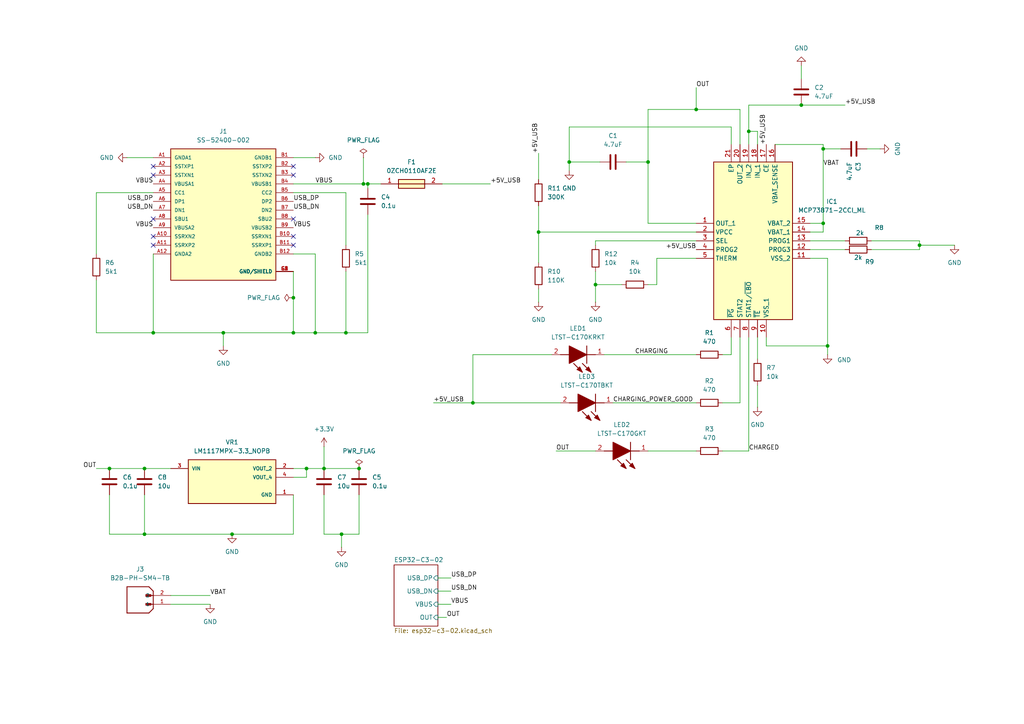
<source format=kicad_sch>
(kicad_sch (version 20231120) (generator "eeschema") (generator_version "8.0")
  (paper "A4")
  (title_block (title "Esp32 pad") (date "2025-08-13"))
  (lib_symbols
    (symbol "0ZCH0110AF2E:0ZCH0110AF2E" (pin_names hide)
      (property "Reference" "F" (at 13.97 6.35 0))
      (property "Value" "0ZCH0110AF2E" (at 13.97 3.81 0))
      (symbol "0ZCH0110AF2E_1_1"
        (polyline (pts (xy 5.08 0) (xy 12.7 0)) (stroke (width 0.254)))
        (rectangle (start 5.08 1.27) (end 12.7 -1.27) (stroke (width 0.254)) (fill (type background)))
        (pin passive line (at 0 0 0) (length 5.08) (name "1") (number "1"))
        (pin passive line (at 17.78 0 180) (length 5.08) (name "2") (number "2"))
      )
    )
    (symbol "B2B-PH-SM4-TB:B2B-PH-SM4-TB" (pin_names (offset 1.016))
      (property "Reference" "J" (at 0 6.35 0))
      (property "Value" "B2B-PH-SM4-TB" (at 0 -5.08 0))
      (symbol "B2B-PH-SM4-TB_0_0"
        (polyline (pts (xy 0 -1.27) (xy 1.27 -2.54)) (stroke (width 0.254)))
        (polyline (pts (xy 0 0) (xy 1.905 0)) (stroke (width 0.254)))
        (polyline (pts (xy 0 2.54) (xy 0 -1.27)) (stroke (width 0.254)))
        (polyline (pts (xy 0 2.54) (xy 1.905 2.54)) (stroke (width 0.254)))
        (polyline (pts (xy 0 3.81) (xy 0 2.54)) (stroke (width 0.254)))
        (polyline (pts (xy 0 3.81) (xy 1.27 5.08)) (stroke (width 0.254)))
        (polyline (pts (xy 1.27 -2.54) (xy 7.62 -2.54)) (stroke (width 0.254)))
        (polyline (pts (xy 7.62 -2.54) (xy 7.62 5.08)) (stroke (width 0.254)))
        (polyline (pts (xy 7.62 5.08) (xy 1.27 5.08)) (stroke (width 0.254)))
        (rectangle (start 0.635 -0.3175) (end 2.2225 0.3175) (stroke (width 0.1)) (fill (type outline)))
        (rectangle (start 0.635 2.2225) (end 2.2225 2.8575) (stroke (width 0.1)) (fill (type outline)))
        (pin passive line (at -5.08 2.54 0) (length 5.08) (name "1") (number "1"))
        (pin passive line (at -5.08 0 0) (length 5.08) (name "2") (number "2"))
      )
    )
    (symbol "Device:C" (pin_numbers hide) (pin_names (offset 0.254))
      (property "Reference" "C" (at 0.635 2.54 0))
      (property "Value" "C" (at 0.635 -2.54 0))
      (symbol "C_0_1"
        (polyline (pts (xy -2.032 -0.762) (xy 2.032 -0.762)) (stroke (width 0.508)))
        (polyline (pts (xy -2.032 0.762) (xy 2.032 0.762)) (stroke (width 0.508)))
      )
      (symbol "C_1_1"
        (pin passive line (at 0 3.81 270) (length 2.794) (name "~") (number "1"))
        (pin passive line (at 0 -3.81 90) (length 2.794) (name "~") (number "2"))
      )
    )
    (symbol "Device:R" (pin_numbers hide) (pin_names (offset 0))
      (property "Reference" "R" (at 2.032 0 90))
      (property "Value" "R" (at 0 0 90))
      (symbol "R_0_1"
        (rectangle (start -1.016 -2.54) (end 1.016 2.54) (stroke (width 0.254)))
      )
      (symbol "R_1_1"
        (pin passive line (at 0 3.81 270) (length 1.27) (name "~") (number "1"))
        (pin passive line (at 0 -3.81 90) (length 1.27) (name "~") (number "2"))
      )
    )
    (symbol "LM1117MPX-3.3_NOPB:LM1117MPX-3.3_NOPB" (pin_names (offset 1.016))
      (property "Reference" "VR" (at -12.7 6.08 0))
      (property "Value" "LM1117MPX-3.3_NOPB" (at -12.7 -9.08 0))
      (symbol "LM1117MPX-3.3_NOPB_0_0"
        (rectangle (start -12.7 -7.62) (end 12.7 5.08) (stroke (width 0.254)) (fill (type background)))
        (pin power_in line (at 17.78 -5.08 180) (length 5.08) (name "GND") (number "1"))
        (pin output line (at 17.78 2.54 180) (length 5.08) (name "VOUT_2") (number "2"))
        (pin input line (at -17.78 2.54 0) (length 5.08) (name "VIN") (number "3"))
        (pin output line (at 17.78 0 180) (length 5.08) (name "VOUT_4") (number "4"))
      )
    )
    (symbol "LTST-C170GKT:LTST-C170GKT" (pin_names hide)
      (property "Reference" "LED" (at 12.7 8.89 0))
      (property "Value" "LTST-C170GKT" (at 12.7 6.35 0))
      (symbol "LTST-C170GKT_1_1"
        (polyline (pts (xy 2.54 0) (xy 5.08 0)) (stroke (width 0.254)))
        (polyline (pts (xy 5.08 2.54) (xy 5.08 -2.54)) (stroke (width 0.254)))
        (polyline (pts (xy 6.35 2.54) (xy 3.81 5.08)) (stroke (width 0.254)))
        (polyline (pts (xy 8.89 2.54) (xy 6.35 5.08)) (stroke (width 0.254)))
        (polyline (pts (xy 10.16 0) (xy 12.7 0)) (stroke (width 0.254)))
        (polyline (pts (xy 5.08 0) (xy 10.16 2.54) (xy 10.16 -2.54) (xy 5.08 0)) (stroke (width 0.254)) (fill (type outline)))
        (polyline (pts (xy 5.334 4.318) (xy 4.572 3.556) (xy 3.81 5.08) (xy 5.334 4.318)) (stroke (width 0.254)) (fill (type outline)))
        (polyline (pts (xy 7.874 4.318) (xy 7.112 3.556) (xy 6.35 5.08) (xy 7.874 4.318)) (stroke (width 0.254)) (fill (type outline)))
        (pin passive line (at 0 0 0) (length 2.54) (name "K") (number "1"))
        (pin passive line (at 15.24 0 180) (length 2.54) (name "A") (number "2"))
      )
    )
    (symbol "LTST-C170KRKT:LTST-C170KRKT" (pin_names hide)
      (property "Reference" "LED" (at 12.7 8.89 0))
      (property "Value" "LTST-C170KRKT" (at 12.7 6.35 0))
      (symbol "LTST-C170KRKT_1_1"
        (polyline (pts (xy 2.54 0) (xy 5.08 0)) (stroke (width 0.254)))
        (polyline (pts (xy 5.08 2.54) (xy 5.08 -2.54)) (stroke (width 0.254)))
        (polyline (pts (xy 6.35 2.54) (xy 3.81 5.08)) (stroke (width 0.254)))
        (polyline (pts (xy 8.89 2.54) (xy 6.35 5.08)) (stroke (width 0.254)))
        (polyline (pts (xy 10.16 0) (xy 12.7 0)) (stroke (width 0.254)))
        (polyline (pts (xy 5.08 0) (xy 10.16 2.54) (xy 10.16 -2.54) (xy 5.08 0)) (stroke (width 0.254)) (fill (type outline)))
        (polyline (pts (xy 5.334 4.318) (xy 4.572 3.556) (xy 3.81 5.08) (xy 5.334 4.318)) (stroke (width 0.254)) (fill (type outline)))
        (polyline (pts (xy 7.874 4.318) (xy 7.112 3.556) (xy 6.35 5.08) (xy 7.874 4.318)) (stroke (width 0.254)) (fill (type outline)))
        (pin passive line (at 0 0 0) (length 2.54) (name "K") (number "1"))
        (pin passive line (at 15.24 0 180) (length 2.54) (name "A") (number "2"))
      )
    )
    (symbol "LTST-C170TBKT:LTST-C170TBKT" (pin_names hide)
      (property "Reference" "LED" (at 12.7 8.89 0))
      (property "Value" "LTST-C170TBKT" (at 12.7 6.35 0))
      (symbol "LTST-C170TBKT_1_1"
        (polyline (pts (xy 2.54 0) (xy 5.08 0)) (stroke (width 0.254)))
        (polyline (pts (xy 5.08 2.54) (xy 5.08 -2.54)) (stroke (width 0.254)))
        (polyline (pts (xy 6.35 2.54) (xy 3.81 5.08)) (stroke (width 0.254)))
        (polyline (pts (xy 8.89 2.54) (xy 6.35 5.08)) (stroke (width 0.254)))
        (polyline (pts (xy 10.16 0) (xy 12.7 0)) (stroke (width 0.254)))
        (polyline (pts (xy 5.08 0) (xy 10.16 2.54) (xy 10.16 -2.54) (xy 5.08 0)) (stroke (width 0.254)) (fill (type outline)))
        (polyline (pts (xy 5.334 4.318) (xy 4.572 3.556) (xy 3.81 5.08) (xy 5.334 4.318)) (stroke (width 0.254)) (fill (type outline)))
        (polyline (pts (xy 7.874 4.318) (xy 7.112 3.556) (xy 6.35 5.08) (xy 7.874 4.318)) (stroke (width 0.254)) (fill (type outline)))
        (pin passive line (at 0 0 0) (length 2.54) (name "K") (number "1"))
        (pin passive line (at 15.24 0 180) (length 2.54) (name "A") (number "2"))
      )
    )
    (symbol "MCP73871-2CCI_ML:MCP73871-2CCI_ML"
      (property "Reference" "IC" (at 29.21 22.86 0))
      (property "Value" "MCP73871-2CCI_ML" (at 29.21 20.32 0))
      (symbol "MCP73871-2CCI_ML_1_1"
        (rectangle (start 5.08 17.78) (end 27.94 -27.94) (stroke (width 0.254)) (fill (type background)))
        (pin passive line (at 0 0 0) (length 5.08) (name "OUT_1") (number "1"))
        (pin passive line (at 20.32 -33.02 90) (length 5.08) (name "VSS_1") (number "10"))
        (pin passive line (at 33.02 -10.16 180) (length 5.08) (name "VSS_2") (number "11"))
        (pin passive line (at 33.02 -7.62 180) (length 5.08) (name "PROG3") (number "12"))
        (pin passive line (at 33.02 -5.08 180) (length 5.08) (name "PROG1") (number "13"))
        (pin passive line (at 33.02 -2.54 180) (length 5.08) (name "VBAT_1") (number "14"))
        (pin passive line (at 33.02 0 180) (length 5.08) (name "VBAT_2") (number "15"))
        (pin passive line (at 22.86 22.86 270) (length 5.08) (name "VBAT_SENSE") (number "16"))
        (pin passive line (at 20.32 22.86 270) (length 5.08) (name "CE") (number "17"))
        (pin passive line (at 17.78 22.86 270) (length 5.08) (name "IN_1") (number "18"))
        (pin passive line (at 15.24 22.86 270) (length 5.08) (name "IN_2") (number "19"))
        (pin passive line (at 0 -2.54 0) (length 5.08) (name "VPCC") (number "2"))
        (pin passive line (at 12.7 22.86 270) (length 5.08) (name "OUT_2") (number "20"))
        (pin passive line (at 10.16 22.86 270) (length 5.08) (name "EP") (number "21"))
        (pin passive line (at 0 -5.08 0) (length 5.08) (name "SEL") (number "3"))
        (pin passive line (at 0 -7.62 0) (length 5.08) (name "PROG2") (number "4"))
        (pin passive line (at 0 -10.16 0) (length 5.08) (name "THERM") (number "5"))
        (pin passive line (at 10.16 -33.02 90) (length 5.08) (name "~{PG}") (number "6"))
        (pin passive line (at 12.7 -33.02 90) (length 5.08) (name "STAT2") (number "7"))
        (pin passive line (at 15.24 -33.02 90) (length 5.08) (name "STAT1/~{LBO}") (number "8"))
        (pin passive line (at 17.78 -33.02 90) (length 5.08) (name "~{TE}") (number "9"))
      )
    )
    (symbol "SS-52400-002:SS-52400-002" (pin_names (offset 1.016))
      (property "Reference" "J" (at -15.24 19.05 0))
      (property "Value" "SS-52400-002" (at -15.24 -22.86 0))
      (symbol "SS-52400-002_0_0"
        (rectangle (start -15.24 -20.32) (end 15.24 17.78) (stroke (width 0.254)) (fill (type background)))
        (pin power_in line (at -20.32 15.24 0) (length 5.08) (name "GNDA1") (number "A1"))
        (pin bidirectional line (at -20.32 -7.62 0) (length 5.08) (name "SSRXN2") (number "A10"))
        (pin bidirectional line (at -20.32 -10.16 0) (length 5.08) (name "SSRXP2") (number "A11"))
        (pin power_in line (at -20.32 -12.7 0) (length 5.08) (name "GNDA2") (number "A12"))
        (pin bidirectional line (at -20.32 12.7 0) (length 5.08) (name "SSTXP1") (number "A2"))
        (pin bidirectional line (at -20.32 10.16 0) (length 5.08) (name "SSTXN1") (number "A3"))
        (pin power_in line (at -20.32 7.62 0) (length 5.08) (name "VBUSA1") (number "A4"))
        (pin bidirectional line (at -20.32 5.08 0) (length 5.08) (name "CC1") (number "A5"))
        (pin bidirectional line (at -20.32 2.54 0) (length 5.08) (name "DP1") (number "A6"))
        (pin bidirectional line (at -20.32 0 0) (length 5.08) (name "DN1") (number "A7"))
        (pin bidirectional line (at -20.32 -2.54 0) (length 5.08) (name "SBU1") (number "A8"))
        (pin power_in line (at -20.32 -5.08 0) (length 5.08) (name "VBUSA2") (number "A9"))
        (pin power_in line (at 20.32 15.24 180) (length 5.08) (name "GNDB1") (number "B1"))
        (pin bidirectional line (at 20.32 -7.62 180) (length 5.08) (name "SSRXN1") (number "B10"))
        (pin bidirectional line (at 20.32 -10.16 180) (length 5.08) (name "SSRXP1") (number "B11"))
        (pin power_in line (at 20.32 -12.7 180) (length 5.08) (name "GNDB2") (number "B12"))
        (pin bidirectional line (at 20.32 12.7 180) (length 5.08) (name "SSTXP2") (number "B2"))
        (pin bidirectional line (at 20.32 10.16 180) (length 5.08) (name "SSTXN2") (number "B3"))
        (pin power_in line (at 20.32 7.62 180) (length 5.08) (name "VBUSB1") (number "B4"))
        (pin bidirectional line (at 20.32 5.08 180) (length 5.08) (name "CC2") (number "B5"))
        (pin bidirectional line (at 20.32 2.54 180) (length 5.08) (name "DP2") (number "B6"))
        (pin bidirectional line (at 20.32 0 180) (length 5.08) (name "DN2") (number "B7"))
        (pin bidirectional line (at 20.32 -2.54 180) (length 5.08) (name "SBU2") (number "B8"))
        (pin power_in line (at 20.32 -5.08 180) (length 5.08) (name "VBUSB2") (number "B9"))
        (pin power_in line (at 20.32 -17.78 180) (length 5.08) (name "GND/SHIELD") (number "G1"))
        (pin power_in line (at 20.32 -17.78 180) (length 5.08) (name "GND/SHIELD") (number "G2"))
        (pin power_in line (at 20.32 -17.78 180) (length 5.08) (name "GND/SHIELD") (number "G3"))
        (pin power_in line (at 20.32 -17.78 180) (length 5.08) (name "GND/SHIELD") (number "G4"))
        (pin power_in line (at 20.32 -17.78 180) (length 5.08) (name "GND/SHIELD") (number "S1"))
        (pin power_in line (at 20.32 -17.78 180) (length 5.08) (name "GND/SHIELD") (number "S2"))
        (pin power_in line (at 20.32 -17.78 180) (length 5.08) (name "GND/SHIELD") (number "S3"))
        (pin power_in line (at 20.32 -17.78 180) (length 5.08) (name "GND/SHIELD") (number "S4"))
      )
    )
    (symbol "power:+3.3V" (power) (pin_numbers hide) (pin_names (offset 0) hide)
      (property "Value" "+3.3V" (at 0 3.556 0))
      (symbol "+3.3V_0_1"
        (polyline (pts (xy -0.762 1.27) (xy 0 2.54)))
        (polyline (pts (xy 0 0) (xy 0 2.54)))
        (polyline (pts (xy 0 2.54) (xy 0.762 1.27)))
      )
      (symbol "+3.3V_1_1"
        (pin power_in line (at 0 0 90) (length 0) (name "~") (number "1"))
      )
    )
    (symbol "power:GND" (power) (pin_numbers hide) (pin_names (offset 0) hide)
      (property "Value" "GND" (at 0 -3.81 0))
      (symbol "GND_0_1"
        (polyline (pts (xy 0 0) (xy 0 -1.27) (xy 1.27 -1.27) (xy 0 -2.54) (xy -1.27 -1.27) (xy 0 -1.27)))
      )
      (symbol "GND_1_1"
        (pin power_in line (at 0 0 270) (length 0) (name "~") (number "1"))
      )
    )
    (symbol "power:PWR_FLAG" (power) (pin_numbers hide) (pin_names (offset 0) hide)
      (property "Value" "PWR_FLAG" (at 0 3.81 0))
      (symbol "PWR_FLAG_0_0"
        (pin power_out line (at 0 0 90) (length 0) (name "~") (number "1"))
      )
      (symbol "PWR_FLAG_0_1"
        (polyline (pts (xy 0 0) (xy 0 1.27) (xy -1.016 1.905) (xy 0 2.54) (xy 1.016 1.905) (xy 0 1.27)))
      )
    )
  )
  (junction (at 217.17 38.1))
  (junction (at 67.31 154.94))
  (junction (at 88.9 135.89))
  (junction (at 100.33 96.52))
  (junction (at 41.91 154.94))
  (junction (at 187.96 46.99))
  (junction (at 238.76 64.77))
  (junction (at 44.45 96.52))
  (junction (at 266.7 71.12))
  (junction (at 165.1 46.99))
  (junction (at 238.76 43.18))
  (junction (at 93.98 135.89))
  (junction (at 91.44 96.52))
  (junction (at 232.41 30.48))
  (junction (at 105.41 53.34))
  (junction (at 137.16 116.84))
  (junction (at 85.09 96.52))
  (junction (at 172.72 82.55))
  (junction (at 41.91 135.89))
  (junction (at 201.93 31.75))
  (junction (at 240.03 100.33))
  (junction (at 106.68 53.34))
  (junction (at 104.14 135.89))
  (junction (at 156.21 67.31))
  (junction (at 99.06 154.94))
  (junction (at 64.77 96.52))
  (junction (at 31.75 135.89))
  (junction (at 85.09 86.36))
  (no_connect (at 85.09 48.26))
  (no_connect (at 44.45 63.5))
  (no_connect (at 44.45 48.26))
  (no_connect (at 44.45 68.58))
  (no_connect (at 44.45 50.8))
  (no_connect (at 85.09 71.12))
  (no_connect (at 44.45 71.12))
  (no_connect (at 85.09 63.5))
  (no_connect (at 85.09 68.58))
  (no_connect (at 85.09 50.8))
  (wire (pts (xy 128.27 53.34) (xy 142.24 53.34)))
  (wire (pts (xy 85.09 55.88) (xy 100.33 55.88)))
  (wire (pts (xy 104.14 154.94) (xy 99.06 154.94)))
  (wire (pts (xy 106.68 53.34) (xy 110.49 53.34)))
  (wire (pts (xy 31.75 135.89) (xy 41.91 135.89)))
  (wire (pts (xy 266.7 71.12) (xy 266.7 72.39)))
  (wire (pts (xy 104.14 143.51) (xy 104.14 154.94)))
  (wire (pts (xy 60.96 172.72) (xy 49.53 172.72)))
  (wire (pts (xy 27.94 81.28) (xy 27.94 96.52)))
  (wire (pts (xy 44.45 73.66) (xy 44.45 96.52)))
  (wire (pts (xy 165.1 36.83) (xy 165.1 46.99)))
  (wire (pts (xy 106.68 53.34) (xy 106.68 54.61)))
  (wire (pts (xy 219.71 97.79) (xy 219.71 104.14)))
  (wire (pts (xy 175.26 102.87) (xy 201.93 102.87)))
  (wire (pts (xy 105.41 53.34) (xy 106.68 53.34)))
  (wire (pts (xy 240.03 100.33) (xy 222.25 100.33)))
  (wire (pts (xy 201.93 69.85) (xy 172.72 69.85)))
  (wire (pts (xy 252.73 69.85) (xy 266.7 69.85)))
  (wire (pts (xy 240.03 74.93) (xy 240.03 100.33)))
  (wire (pts (xy 187.96 82.55) (xy 190.5 82.55)))
  (wire (pts (xy 232.41 19.05) (xy 232.41 22.86)))
  (wire (pts (xy 100.33 78.74) (xy 100.33 96.52)))
  (wire (pts (xy 99.06 154.94) (xy 93.98 154.94)))
  (wire (pts (xy 41.91 154.94) (xy 67.31 154.94)))
  (wire (pts (xy 44.45 55.88) (xy 27.94 55.88)))
  (wire (pts (xy 127 171.45) (xy 130.81 171.45)))
  (wire (pts (xy 31.75 154.94) (xy 41.91 154.94)))
  (wire (pts (xy 85.09 135.89) (xy 88.9 135.89)))
  (wire (pts (xy 217.17 38.1) (xy 217.17 30.48)))
  (wire (pts (xy 172.72 69.85) (xy 172.72 71.12)))
  (wire (pts (xy 100.33 96.52) (xy 91.44 96.52)))
  (wire (pts (xy 125.73 116.84) (xy 137.16 116.84)))
  (wire (pts (xy 127 167.64) (xy 130.81 167.64)))
  (wire (pts (xy 201.93 31.75) (xy 214.63 31.75)))
  (wire (pts (xy 234.95 64.77) (xy 238.76 64.77)))
  (wire (pts (xy 27.94 96.52) (xy 44.45 96.52)))
  (wire (pts (xy 106.68 96.52) (xy 100.33 96.52)))
  (wire (pts (xy 85.09 53.34) (xy 105.41 53.34)))
  (wire (pts (xy 214.63 41.91) (xy 214.63 31.75)))
  (wire (pts (xy 232.41 30.48) (xy 245.11 30.48)))
  (wire (pts (xy 64.77 96.52) (xy 85.09 96.52)))
  (wire (pts (xy 219.71 111.76) (xy 219.71 118.11)))
  (wire (pts (xy 212.09 36.83) (xy 212.09 41.91)))
  (wire (pts (xy 234.95 74.93) (xy 240.03 74.93)))
  (wire (pts (xy 172.72 78.74) (xy 172.72 82.55)))
  (wire (pts (xy 187.96 64.77) (xy 201.93 64.77)))
  (wire (pts (xy 224.79 41.91) (xy 238.76 41.91)))
  (wire (pts (xy 60.96 175.26) (xy 49.53 175.26)))
  (wire (pts (xy 234.95 69.85) (xy 245.11 69.85)))
  (wire (pts (xy 127 179.07) (xy 129.54 179.07)))
  (wire (pts (xy 219.71 38.1) (xy 217.17 38.1)))
  (wire (pts (xy 266.7 71.12) (xy 276.86 71.12)))
  (wire (pts (xy 105.41 45.72) (xy 105.41 53.34)))
  (wire (pts (xy 88.9 135.89) (xy 93.98 135.89)))
  (wire (pts (xy 238.76 41.91) (xy 238.76 43.18)))
  (wire (pts (xy 137.16 102.87) (xy 137.16 116.84)))
  (wire (pts (xy 85.09 138.43) (xy 88.9 138.43)))
  (wire (pts (xy 88.9 138.43) (xy 88.9 135.89)))
  (wire (pts (xy 36.83 45.72) (xy 44.45 45.72)))
  (wire (pts (xy 41.91 135.89) (xy 49.53 135.89)))
  (wire (pts (xy 44.45 96.52) (xy 64.77 96.52)))
  (wire (pts (xy 234.95 72.39) (xy 245.11 72.39)))
  (wire (pts (xy 181.61 46.99) (xy 187.96 46.99)))
  (wire (pts (xy 172.72 130.81) (xy 161.29 130.81)))
  (wire (pts (xy 212.09 102.87) (xy 209.55 102.87)))
  (wire (pts (xy 93.98 143.51) (xy 93.98 154.94)))
  (wire (pts (xy 156.21 67.31) (xy 156.21 76.2)))
  (wire (pts (xy 172.72 82.55) (xy 172.72 87.63)))
  (wire (pts (xy 127 175.26) (xy 130.81 175.26)))
  (wire (pts (xy 91.44 96.52) (xy 85.09 96.52)))
  (wire (pts (xy 187.96 31.75) (xy 187.96 46.99)))
  (wire (pts (xy 160.02 102.87) (xy 137.16 102.87)))
  (wire (pts (xy 217.17 41.91) (xy 217.17 38.1)))
  (wire (pts (xy 266.7 69.85) (xy 266.7 71.12)))
  (wire (pts (xy 180.34 82.55) (xy 172.72 82.55)))
  (wire (pts (xy 41.91 143.51) (xy 41.91 154.94)))
  (wire (pts (xy 99.06 154.94) (xy 99.06 158.75)))
  (wire (pts (xy 27.94 55.88) (xy 27.94 73.66)))
  (wire (pts (xy 106.68 62.23) (xy 106.68 96.52)))
  (wire (pts (xy 187.96 31.75) (xy 201.93 31.75)))
  (wire (pts (xy 214.63 97.79) (xy 214.63 116.84)))
  (wire (pts (xy 219.71 41.91) (xy 219.71 38.1)))
  (wire (pts (xy 190.5 82.55) (xy 190.5 74.93)))
  (wire (pts (xy 187.96 130.81) (xy 201.93 130.81)))
  (wire (pts (xy 31.75 143.51) (xy 31.75 154.94)))
  (wire (pts (xy 100.33 55.88) (xy 100.33 71.12)))
  (wire (pts (xy 217.17 130.81) (xy 209.55 130.81)))
  (wire (pts (xy 64.77 100.33) (xy 64.77 96.52)))
  (wire (pts (xy 222.25 100.33) (xy 222.25 97.79)))
  (wire (pts (xy 156.21 44.45) (xy 156.21 52.07)))
  (wire (pts (xy 85.09 78.74) (xy 85.09 86.36)))
  (wire (pts (xy 238.76 43.18) (xy 238.76 64.77)))
  (wire (pts (xy 214.63 116.84) (xy 209.55 116.84)))
  (wire (pts (xy 212.09 36.83) (xy 165.1 36.83)))
  (wire (pts (xy 255.27 43.18) (xy 251.46 43.18)))
  (wire (pts (xy 165.1 46.99) (xy 173.99 46.99)))
  (wire (pts (xy 243.84 43.18) (xy 238.76 43.18)))
  (wire (pts (xy 93.98 135.89) (xy 104.14 135.89)))
  (wire (pts (xy 187.96 46.99) (xy 187.96 64.77)))
  (wire (pts (xy 238.76 67.31) (xy 238.76 64.77)))
  (wire (pts (xy 85.09 143.51) (xy 85.09 154.94)))
  (wire (pts (xy 156.21 67.31) (xy 201.93 67.31)))
  (wire (pts (xy 177.8 116.84) (xy 201.93 116.84)))
  (wire (pts (xy 91.44 73.66) (xy 91.44 96.52)))
  (wire (pts (xy 27.94 135.89) (xy 31.75 135.89)))
  (wire (pts (xy 212.09 97.79) (xy 212.09 102.87)))
  (wire (pts (xy 85.09 45.72) (xy 91.44 45.72)))
  (wire (pts (xy 137.16 116.84) (xy 162.56 116.84)))
  (wire (pts (xy 156.21 59.69) (xy 156.21 67.31)))
  (wire (pts (xy 85.09 154.94) (xy 67.31 154.94)))
  (wire (pts (xy 85.09 73.66) (xy 91.44 73.66)))
  (wire (pts (xy 156.21 83.82) (xy 156.21 87.63)))
  (wire (pts (xy 93.98 129.54) (xy 93.98 135.89)))
  (wire (pts (xy 85.09 86.36) (xy 85.09 96.52)))
  (wire (pts (xy 217.17 97.79) (xy 217.17 130.81)))
  (wire (pts (xy 217.17 30.48) (xy 232.41 30.48)))
  (wire (pts (xy 240.03 100.33) (xy 240.03 102.87)))
  (wire (pts (xy 266.7 72.39) (xy 252.73 72.39)))
  (wire (pts (xy 190.5 74.93) (xy 201.93 74.93)))
  (wire (pts (xy 234.95 67.31) (xy 238.76 67.31)))
  (wire (pts (xy 165.1 49.53) (xy 165.1 46.99)))
  (wire (pts (xy 201.93 25.4) (xy 201.93 31.75)))
  (label "OUT" (at 161.29 130.81 0))
  (label "OUT" (at 129.54 179.07 0))
  (label "VBAT" (at 238.76 48.26 0))
  (label "CHARGING_POWER_GOOD" (at 177.8 116.84 0))
  (label "+5V_USB" (at 156.21 44.45 90))
  (label "VBUS" (at 91.44 53.34 0))
  (label "VBUS" (at 85.09 66.04 0))
  (label "VBUS" (at 44.45 66.04 180))
  (label "VBUS" (at 130.81 175.26 0))
  (label "+5V_USB" (at 222.25 41.91 90))
  (label "USB_DP" (at 44.45 58.42 180))
  (label "+5V_USB" (at 125.73 116.84 0))
  (label "USB_DP" (at 85.09 58.42 0))
  (label "CHARGED" (at 217.17 130.81 0))
  (label "USB_DN" (at 85.09 60.96 0))
  (label "USB_DN" (at 130.81 171.45 0))
  (label "OUT" (at 201.93 25.4 0))
  (label "VBUS" (at 44.45 53.34 180))
  (label "USB_DP" (at 130.81 167.64 0))
  (label "OUT" (at 27.94 135.89 180))
  (label "VBAT" (at 60.96 172.72 0))
  (label "CHARGING" (at 184.15 102.87 0))
  (label "+5V_USB" (at 201.93 72.39 180))
  (label "+5V_USB" (at 245.11 30.48 0))
  (label "USB_DN" (at 44.45 60.96 180))
  (label "+5V_USB" (at 142.24 53.34 0))
  (symbol (lib_id "SS-52400-002:SS-52400-002") (at 64.77 60.96 0) (unit 1)
    (property "Reference" "J1" (at 64.77 38.1 0))
    (property "Value" "SS-52400-002" (at 64.77 40.64 0))
    (property "Footprint" "footprints:BELFUSE_SS-52400-002" (effects (hide yes)))
    (property "MF" "Stewart Connector" (effects (hide yes)))
    (property "MAXIMUM_PACKAGE_HEIGHT" "2.96 mm" (effects (hide yes)))
    (property "Package" "None" (effects (hide yes)))
    (property "Price" "None" (effects (hide yes)))
    (property "Check_prices" "https://www.snapeda.com/parts/SS-52400-002/Stewart+Connector/view-part/?ref=eda" (effects (hide yes)))
    (property "STANDARD" "Manufacturer Recommendations" (effects (hide yes)))
    (property "PARTREV" "A0" (effects (hide yes)))
    (property "SnapEDA_Link" "https://www.snapeda.com/parts/SS-52400-002/Stewart+Connector/view-part/?ref=snap" (effects (hide yes)))
    (property "MP" "SS-52400-002" (effects (hide yes)))
    (property "Description_1" "\n                        \n                            USB Type-C Connector | USB 3.1 | 1 Port | Right Angle Receptacle | Shielded | 0.039 in (1.00mm) PCB Thickness\n                        \n" (effects (hide yes)))
    (property "Availability" "In Stock" (effects (hide yes)))
    (property "MANUFACTURER" "BelFuse" (effects (hide yes)))
  )
  (symbol (lib_id "LM1117MPX-3.3_NOPB:LM1117MPX-3.3_NOPB") (at 67.31 138.43 0) (unit 1)
    (property "Reference" "VR1" (at 67.31 128.27 0))
    (property "Value" "LM1117MPX-3.3_NOPB" (at 67.31 130.81 0))
    (property "Footprint" "footprints:VREG_LM1117MPX-3.3_NOPB" (effects (hide yes)))
    (property "MF" "Texas Instruments" (effects (hide yes)))
    (property "MAXIMUM_PACKAGE_HEIGHT" "1.80 mm" (effects (hide yes)))
    (property "Package" "SOT-223-4 Texas Instruments" (effects (hide yes)))
    (property "Price" "None" (effects (hide yes)))
    (property "Check_prices" "https://www.snapeda.com/parts/LM1117MPX-3.3/NOPB/Texas+Instruments/view-part/?ref=eda" (effects (hide yes)))
    (property "STANDARD" "Manufacturer Recommendation" (effects (hide yes)))
    (property "PARTREV" "O" (effects (hide yes)))
    (property "SnapEDA_Link" "https://www.snapeda.com/parts/LM1117MPX-3.3/NOPB/Texas+Instruments/view-part/?ref=snap" (effects (hide yes)))
    (property "MP" "LM1117MPX-3.3/NOPB" (effects (hide yes)))
    (property "Description_1" "\n                        \n                            800-mA 15-V linear voltage regulator\n                        \n" (effects (hide yes)))
    (property "Availability" "In Stock" (effects (hide yes)))
    (property "MANUFACTURER" "Texas Instruments" (effects (hide yes)))
  )
  (symbol (lib_id "B2B-PH-SM4-TB:B2B-PH-SM4-TB") (at 44.45 172.72 180) (unit 1)
    (property "Reference" "J3" (at 40.64 165.1 0))
    (property "Value" "B2B-PH-SM4-TB" (at 40.64 167.64 0))
    (property "Footprint" "footprints:B2B-PH-SM4-TB_LF__SN_" (effects (hide yes)))
    (property "MF" "JST" (effects (hide yes)))
    (property "MAXIMUM_PACKAGE_HEIGHT" "6.6 mm" (effects (hide yes)))
    (property "Package" "NON STANDARD-2 JST" (effects (hide yes)))
    (property "Price" "None" (effects (hide yes)))
    (property "Check_prices" "https://www.snapeda.com/parts/B2B-PH-SM4-TB/JST/view-part/?ref=eda" (effects (hide yes)))
    (property "STANDARD" "Manufacturer Recommendations" (effects (hide yes)))
    (property "PARTREV" "N/A" (effects (hide yes)))
    (property "SnapEDA_Link" "https://www.snapeda.com/parts/B2B-PH-SM4-TB/JST/view-part/?ref=snap" (effects (hide yes)))
    (property "MP" "B2B-PH-SM4-TB" (effects (hide yes)))
    (property "Description_1" "\n                        \n                            Connector Header Surface Mount 2 position 0.079 (2.00mm)\n                        \n" (effects (hide yes)))
    (property "Availability" "In Stock" (effects (hide yes)))
    (property "MANUFACTURER" "JST" (effects (hide yes)))
  )
  (symbol (lib_id "Device:C") (at 106.68 58.42 0) (unit 1)
    (property "Reference" "C4" (at 110.49 57.1499 0) (effects (justify left)))
    (property "Value" "0.1u" (at 110.49 59.6899 0) (effects (justify left)))
    (property "Footprint" "Capacitor_SMD:C_0805_2012Metric_Pad1.18x1.45mm_HandSolder" (effects (hide yes)))
    (property "Description" "Unpolarized capacitor" (effects (hide yes)))
  )
  (symbol (lib_id "power:GND") (at 232.41 19.05 180) (unit 1)
    (property "Reference" "#PWR07" (effects (hide yes)))
    (property "Value" "GND" (at 232.41 13.97 0))
    (property "Description" "Power symbol creates a global label with name \"GND\" , ground" (effects (hide yes)))
  )
  (symbol (lib_id "power:PWR_FLAG") (at 105.41 45.72 0) (unit 1)
    (property "Reference" "#FLG01" (effects (hide yes)))
    (property "Value" "PWR_FLAG" (at 105.41 40.64 0))
    (property "Description" "Special symbol for telling ERC where power comes from" (effects (hide yes)))
  )
  (symbol (lib_id "Device:R") (at 172.72 74.93 180) (unit 1)
    (property "Reference" "R12" (at 175.26 73.6599 0) (effects (justify right)))
    (property "Value" "10k" (at 175.26 76.1999 0) (effects (justify right)))
    (property "Footprint" "Resistor_SMD:R_0805_2012Metric_Pad1.20x1.40mm_HandSolder" (effects (hide yes)))
    (property "Description" "Resistor" (effects (hide yes)))
  )
  (symbol (lib_id "power:GND") (at 240.03 102.87 0) (unit 1)
    (property "Reference" "#PWR04" (effects (hide yes)))
    (property "Value" "GND" (at 244.856 104.394 0))
    (property "Description" "Power symbol creates a global label with name \"GND\" , ground" (effects (hide yes)))
  )
  (symbol (lib_id "LTST-C170GKT:LTST-C170GKT") (at 187.96 130.81 180) (unit 1)
    (property "Reference" "LED2" (at 180.34 123.19 0))
    (property "Value" "LTST-C170GKT" (at 180.34 125.73 0))
    (property "Footprint" "footprints:LEDC2012X120N" (effects (hide yes)))
    (property "Datasheet" "https://mm.digikey.com/Volume0/opasdata/d220001/medias/docus/895/LTST-C170GKT.pdf" (effects (hide yes)))
    (property "Description" "LED,SMD,0805,Green,6mcd,130deg Lite-On LTST-C170GKT, CHIPLED 0805 Series Green LED, 569 nm 2012 (0805), Rectangle Lens SMD package" (effects (hide yes)))
    (property "Height" "1.2" (effects (hide yes)))
    (property "Manufacturer_Name" "Lite-On" (effects (hide yes)))
    (property "Manufacturer_Part_Number" "LTST-C170GKT" (effects (hide yes)))
    (property "Mouser Part Number" "859-LTST-C170GKT" (effects (hide yes)))
    (property "Mouser Price/Stock" "https://www.mouser.co.uk/ProductDetail/LITEON/LTST-C170GKT?qs=%2FSqKn2EfXQSV5aRij3YIfQ%3D%3D" (effects (hide yes)))
    (property "Arrow Part Number" "LTST-C170GKT" (effects (hide yes)))
    (property "Arrow Price/Stock" "https://www.arrow.com/en/products/ltst-c170gkt/lite-on-technology?utm_currency=USD&region=nac" (effects (hide yes)))
  )
  (symbol (lib_id "power:GND") (at 219.71 118.11 0) (unit 1)
    (property "Reference" "#PWR01" (effects (hide yes)))
    (property "Value" "GND" (at 219.71 123.19 0))
    (property "Description" "Power symbol creates a global label with name \"GND\" , ground" (effects (hide yes)))
  )
  (symbol (lib_id "power:GND") (at 99.06 158.75 0) (unit 1)
    (property "Reference" "#PWR050" (effects (hide yes)))
    (property "Value" "GND" (at 99.06 163.83 0))
    (property "Description" "Power symbol creates a global label with name \"GND\" , ground" (effects (hide yes)))
  )
  (symbol (lib_id "power:GND") (at 172.72 87.63 0) (unit 1)
    (property "Reference" "#PWR02" (effects (hide yes)))
    (property "Value" "GND" (at 172.72 92.71 0))
    (property "Description" "Power symbol creates a global label with name \"GND\" , ground" (effects (hide yes)))
  )
  (symbol (lib_id "power:GND") (at 60.96 175.26 0) (unit 1)
    (property "Reference" "#PWR015" (effects (hide yes)))
    (property "Value" "GND" (at 60.96 180.34 0))
    (property "Description" "Power symbol creates a global label with name \"GND\" , ground" (effects (hide yes)))
  )
  (symbol (lib_id "Device:R") (at 156.21 55.88 0) (unit 1)
    (property "Reference" "R11" (at 158.75 54.6099 0) (effects (justify left)))
    (property "Value" "300K" (at 158.75 57.1499 0) (effects (justify left)))
    (property "Footprint" "Resistor_SMD:R_0805_2012Metric_Pad1.20x1.40mm_HandSolder" (effects (hide yes)))
    (property "Description" "Resistor" (effects (hide yes)))
  )
  (symbol (lib_id "LTST-C170TBKT:LTST-C170TBKT") (at 177.8 116.84 180) (unit 1)
    (property "Reference" "LED3" (at 170.18 109.22 0))
    (property "Value" "LTST-C170TBKT" (at 170.18 111.76 0))
    (property "Footprint" "footprints:LEDC2012X120N" (effects (hide yes)))
    (property "Datasheet" "https://componentsearchengine.com/Datasheets/1/LTST-C170TBKT.pdf" (effects (hide yes)))
    (property "Description" "LED,SMD,0805,Blue,28mcd,130deg" (effects (hide yes)))
    (property "Height" "1.2" (effects (hide yes)))
    (property "Manufacturer_Name" "Lite-On" (effects (hide yes)))
    (property "Manufacturer_Part_Number" "LTST-C170TBKT" (effects (hide yes)))
    (property "Mouser Part Number" "859-LTST-C170TBKT" (effects (hide yes)))
    (property "Mouser Price/Stock" "https://www.mouser.co.uk/ProductDetail/Lite-On/LTST-C170TBKT?qs=0uL0gcxEMop2ooGmIUzw3A%3D%3D" (effects (hide yes)))
    (property "Arrow Part Number" "LTST-C170TBKT" (effects (hide yes)))
    (property "Arrow Price/Stock" "https://www.arrow.com/en/products/ltst-c170tbkt/lite-on-technology?utm_currency=USD&region=nac" (effects (hide yes)))
  )
  (symbol (lib_id "Device:R") (at 100.33 74.93 0) (unit 1)
    (property "Reference" "R5" (at 102.87 73.6599 0) (effects (justify left)))
    (property "Value" "5k1" (at 102.87 76.1999 0) (effects (justify left)))
    (property "Footprint" "Resistor_SMD:R_0805_2012Metric_Pad1.20x1.40mm_HandSolder" (effects (hide yes)))
    (property "Description" "Resistor" (effects (hide yes)))
  )
  (symbol (lib_id "Device:C") (at 93.98 139.7 0) (unit 1)
    (property "Reference" "C7" (at 97.79 138.4299 0) (effects (justify left)))
    (property "Value" "10u" (at 97.79 140.9699 0) (effects (justify left)))
    (property "Footprint" "Capacitor_SMD:C_0805_2012Metric_Pad1.18x1.45mm_HandSolder" (effects (hide yes)))
    (property "Description" "Unpolarized capacitor" (effects (hide yes)))
  )
  (symbol (lib_id "power:GND") (at 91.44 45.72 90) (unit 1)
    (property "Reference" "#PWR011" (effects (hide yes)))
    (property "Value" "GND" (at 95.25 45.7199 90) (effects (justify right)))
    (property "Description" "Power symbol creates a global label with name \"GND\" , ground" (effects (hide yes)))
  )
  (symbol (lib_id "Device:R") (at 248.92 69.85 90) (unit 1)
    (property "Reference" "R8" (at 255.016 66.04 90))
    (property "Value" "2k" (at 249.428 67.564 90))
    (property "Footprint" "Resistor_SMD:R_0805_2012Metric_Pad1.20x1.40mm_HandSolder" (effects (hide yes)))
    (property "Description" "Resistor" (effects (hide yes)))
  )
  (symbol (lib_id "power:GND") (at 64.77 100.33 0) (unit 1)
    (property "Reference" "#PWR010" (effects (hide yes)))
    (property "Value" "GND" (at 64.77 105.41 0))
    (property "Description" "Power symbol creates a global label with name \"GND\" , ground" (effects (hide yes)))
  )
  (symbol (lib_id "Device:R") (at 184.15 82.55 90) (unit 1)
    (property "Reference" "R4" (at 184.15 76.2 90))
    (property "Value" "10k" (at 184.15 78.74 90))
    (property "Footprint" "Resistor_SMD:R_0805_2012Metric_Pad1.20x1.40mm_HandSolder" (effects (hide yes)))
    (property "Description" "Resistor" (effects (hide yes)))
  )
  (symbol (lib_id "power:PWR_FLAG") (at 104.14 135.89 0) (unit 1)
    (property "Reference" "#FLG03" (effects (hide yes)))
    (property "Value" "PWR_FLAG" (at 104.14 130.81 0))
    (property "Description" "Special symbol for telling ERC where power comes from" (effects (hide yes)))
  )
  (symbol (lib_id "power:PWR_FLAG") (at 85.09 86.36 90) (unit 1)
    (property "Reference" "#FLG04" (effects (hide yes)))
    (property "Value" "PWR_FLAG" (at 81.28 86.3599 90) (effects (justify left)))
    (property "Description" "Special symbol for telling ERC where power comes from" (effects (hide yes)))
  )
  (symbol (lib_id "Device:R") (at 219.71 107.95 0) (unit 1)
    (property "Reference" "R7" (at 222.25 106.6799 0) (effects (justify left)))
    (property "Value" "10k" (at 222.25 109.2199 0) (effects (justify left)))
    (property "Footprint" "Resistor_SMD:R_0805_2012Metric_Pad1.20x1.40mm_HandSolder" (effects (hide yes)))
    (property "Description" "Resistor" (effects (hide yes)))
  )
  (symbol (lib_id "power:+3.3V") (at 93.98 129.54 0) (unit 1)
    (property "Reference" "#PWR014" (effects (hide yes)))
    (property "Value" "+3.3V" (at 93.98 124.46 0))
    (property "Description" "Power symbol creates a global label with name \"+3.3V\"" (effects (hide yes)))
  )
  (symbol (lib_id "0ZCH0110AF2E:0ZCH0110AF2E") (at 110.49 53.34 0) (unit 1)
    (property "Reference" "F1" (at 119.38 46.99 0))
    (property "Value" "0ZCH0110AF2E" (at 119.38 49.53 0))
    (property "Footprint" "footprints:FUSC3226X100N" (effects (hide yes)))
    (property "Datasheet" "https://www.belfuse.com/resources/datasheets/circuitprotection/ds-cp-0zch-series.pdf" (effects (hide yes)))
    (property "Description" "1210 SMT PPTC | 1.10 Ih | 16V" (effects (hide yes)))
    (property "Height" "1" (effects (hide yes)))
    (property "Manufacturer_Name" "Bel Circuit Protection" (effects (hide yes)))
    (property "Manufacturer_Part_Number" "0ZCH0110AF2E" (effects (hide yes)))
  )
  (symbol (lib_id "power:GND") (at 156.21 87.63 0) (unit 1)
    (property "Reference" "#PWR08" (effects (hide yes)))
    (property "Value" "GND" (at 156.21 92.71 0))
    (property "Description" "Power symbol creates a global label with name \"GND\" , ground" (effects (hide yes)))
  )
  (symbol (lib_id "power:GND") (at 67.31 154.94 0) (unit 1)
    (property "Reference" "#PWR013" (effects (hide yes)))
    (property "Value" "GND" (at 67.31 160.02 0))
    (property "Description" "Power symbol creates a global label with name \"GND\" , ground" (effects (hide yes)))
  )
  (symbol (lib_id "Device:C") (at 104.14 139.7 0) (unit 1)
    (property "Reference" "C5" (at 107.95 138.4299 0) (effects (justify left)))
    (property "Value" "0.1u" (at 107.95 140.9699 0) (effects (justify left)))
    (property "Footprint" "Capacitor_SMD:C_0805_2012Metric_Pad1.18x1.45mm_HandSolder" (effects (hide yes)))
    (property "Description" "Unpolarized capacitor" (effects (hide yes)))
  )
  (symbol (lib_id "Device:R") (at 156.21 80.01 0) (unit 1)
    (property "Reference" "R10" (at 158.75 78.7399 0) (effects (justify left)))
    (property "Value" "110K" (at 158.75 81.2799 0) (effects (justify left)))
    (property "Footprint" "Resistor_SMD:R_0805_2012Metric_Pad1.20x1.40mm_HandSolder" (effects (hide yes)))
    (property "Description" "Resistor" (effects (hide yes)))
  )
  (symbol (lib_id "Device:R") (at 27.94 77.47 0) (unit 1)
    (property "Reference" "R6" (at 30.48 76.1999 0) (effects (justify left)))
    (property "Value" "5k1" (at 30.48 78.7399 0) (effects (justify left)))
    (property "Footprint" "Resistor_SMD:R_0805_2012Metric_Pad1.20x1.40mm_HandSolder" (effects (hide yes)))
    (property "Description" "Resistor" (effects (hide yes)))
  )
  (symbol (lib_id "Device:C") (at 232.41 26.67 0) (unit 1)
    (property "Reference" "C2" (at 236.22 25.3999 0) (effects (justify left)))
    (property "Value" "4.7uF" (at 236.22 27.9399 0) (effects (justify left)))
    (property "Footprint" "Capacitor_SMD:C_0805_2012Metric_Pad1.18x1.45mm_HandSolder" (effects (hide yes)))
    (property "Description" "Unpolarized capacitor" (effects (hide yes)))
  )
  (symbol (lib_id "Device:C") (at 247.65 43.18 270) (unit 1)
    (property "Reference" "C3" (at 248.9201 46.99 0) (effects (justify left)))
    (property "Value" "4.7uF" (at 246.3801 46.99 0) (effects (justify left)))
    (property "Footprint" "Capacitor_SMD:C_0805_2012Metric_Pad1.18x1.45mm_HandSolder" (effects (hide yes)))
    (property "Description" "Unpolarized capacitor" (effects (hide yes)))
  )
  (symbol (lib_id "MCP73871-2CCI_ML:MCP73871-2CCI_ML") (at 201.93 64.77 0) (unit 1)
    (property "Reference" "IC1" (at 241.3 58.4514 0))
    (property "Value" "MCP73871-2CCI_ML" (at 241.3 60.9914 0))
    (property "Footprint" "footprints:QFN50P400X400X100-21N-D" (effects (hide yes)))
    (property "Datasheet" "https://datasheet.datasheetarchive.com/originals/distributors/Datasheets-DGA15/728881.pdf" (effects (hide yes)))
    (property "Description" "Li-Ion Charger USB/DC 4.2V TE LBO QFN20" (effects (hide yes)))
    (property "Height" "1" (effects (hide yes)))
    (property "Manufacturer_Name" "Microchip" (effects (hide yes)))
    (property "Manufacturer_Part_Number" "MCP73871-2CCI/ML" (effects (hide yes)))
    (property "Mouser Part Number" "579-MCP73871-2CCI/ML" (effects (hide yes)))
    (property "Mouser Price/Stock" "https://www.mouser.co.uk/ProductDetail/Microchip-Technology/MCP73871-2CCI-ML?qs=qXsUupcbpXyQfJ2clznZxw%3D%3D" (effects (hide yes)))
    (property "Arrow Part Number" "MCP73871-2CCI/ML" (effects (hide yes)))
    (property "Arrow Price/Stock" "https://www.arrow.com/en/products/mcp73871-2cciml/microchip-technology?utm_currency=USD&region=nac" (effects (hide yes)))
  )
  (symbol (lib_id "Device:C") (at 41.91 139.7 0) (unit 1)
    (property "Reference" "C8" (at 45.72 138.4299 0) (effects (justify left)))
    (property "Value" "10u" (at 45.72 140.9699 0) (effects (justify left)))
    (property "Footprint" "Capacitor_SMD:C_0805_2012Metric_Pad1.18x1.45mm_HandSolder" (effects (hide yes)))
    (property "Description" "Unpolarized capacitor" (effects (hide yes)))
  )
  (symbol (lib_id "Device:R") (at 248.92 72.39 90) (unit 1)
    (property "Reference" "R9" (at 252.222 75.946 90))
    (property "Value" "2k" (at 248.92 74.676 90))
    (property "Footprint" "Resistor_SMD:R_0805_2012Metric_Pad1.20x1.40mm_HandSolder" (effects (hide yes)))
    (property "Description" "Resistor" (effects (hide yes)))
  )
  (symbol (lib_id "LTST-C170KRKT:LTST-C170KRKT") (at 175.26 102.87 180) (unit 1)
    (property "Reference" "LED1" (at 167.64 95.25 0))
    (property "Value" "LTST-C170KRKT" (at 167.64 97.79 0))
    (property "Footprint" "footprints:LEDC2012X120N" (effects (hide yes)))
    (property "Datasheet" "https://componentsearchengine.com/Datasheets/1/LTST-C170KRKT.pdf" (effects (hide yes)))
    (property "Description" "Standard LEDs - SMD Red Clear 631nm" (effects (hide yes)))
    (property "Height" "1.2" (effects (hide yes)))
    (property "Manufacturer_Name" "Lite-On" (effects (hide yes)))
    (property "Manufacturer_Part_Number" "LTST-C170KRKT" (effects (hide yes)))
    (property "Mouser Part Number" "859-LTST-C170KRKT" (effects (hide yes)))
    (property "Mouser Price/Stock" "https://www.mouser.co.uk/ProductDetail/LITEON/LTST-C170KRKT?qs=NUb82WqeCyrVOID%2Fxt4rgA%3D%3D" (effects (hide yes)))
    (property "Arrow Part Number" "LTST-C170KRKT" (effects (hide yes)))
    (property "Arrow Price/Stock" "https://www.arrow.com/en/products/ltst-c170krkt/lite-on-technology?utm_currency=USD&region=nac" (effects (hide yes)))
  )
  (symbol (lib_id "power:GND") (at 276.86 71.12 0) (unit 1)
    (property "Reference" "#PWR03" (effects (hide yes)))
    (property "Value" "GND" (at 276.86 76.2 0))
    (property "Description" "Power symbol creates a global label with name \"GND\" , ground" (effects (hide yes)))
  )
  (symbol (lib_id "power:GND") (at 36.83 45.72 270) (unit 1)
    (property "Reference" "#PWR012" (effects (hide yes)))
    (property "Value" "GND" (at 33.02 45.7199 90) (effects (justify right)))
    (property "Description" "Power symbol creates a global label with name \"GND\" , ground" (effects (hide yes)))
  )
  (symbol (lib_id "power:GND") (at 255.27 43.18 90) (unit 1)
    (property "Reference" "#PWR09" (effects (hide yes)))
    (property "Value" "GND" (at 260.35 43.18 0))
    (property "Description" "Power symbol creates a global label with name \"GND\" , ground" (effects (hide yes)))
  )
  (symbol (lib_id "Device:R") (at 205.74 102.87 270) (unit 1)
    (property "Reference" "R1" (at 205.74 96.52 90))
    (property "Value" "470" (at 205.74 99.06 90))
    (property "Footprint" "Resistor_SMD:R_0805_2012Metric_Pad1.20x1.40mm_HandSolder" (effects (hide yes)))
    (property "Description" "Resistor" (effects (hide yes)))
  )
  (symbol (lib_id "Device:R") (at 205.74 130.81 90) (unit 1)
    (property "Reference" "R3" (at 205.74 124.46 90))
    (property "Value" "470" (at 205.74 127 90))
    (property "Footprint" "Resistor_SMD:R_0805_2012Metric_Pad1.20x1.40mm_HandSolder" (effects (hide yes)))
    (property "Description" "Resistor" (effects (hide yes)))
  )
  (symbol (lib_id "Device:R") (at 205.74 116.84 90) (unit 1)
    (property "Reference" "R2" (at 205.74 110.49 90))
    (property "Value" "470" (at 205.74 113.03 90))
    (property "Footprint" "Resistor_SMD:R_0805_2012Metric_Pad1.20x1.40mm_HandSolder" (effects (hide yes)))
    (property "Description" "Resistor" (effects (hide yes)))
  )
  (symbol (lib_id "Device:C") (at 177.8 46.99 90) (unit 1)
    (property "Reference" "C1" (at 177.8 39.37 90))
    (property "Value" "4.7uF" (at 177.8 41.91 90))
    (property "Footprint" "Capacitor_SMD:C_0805_2012Metric_Pad1.18x1.45mm_HandSolder" (effects (hide yes)))
    (property "Description" "Unpolarized capacitor" (effects (hide yes)))
  )
  (symbol (lib_id "Device:C") (at 31.75 139.7 0) (unit 1)
    (property "Reference" "C6" (at 35.56 138.4299 0) (effects (justify left)))
    (property "Value" "0.1u" (at 35.56 140.9699 0) (effects (justify left)))
    (property "Footprint" "Capacitor_SMD:C_0805_2012Metric_Pad1.18x1.45mm_HandSolder" (effects (hide yes)))
    (property "Description" "Unpolarized capacitor" (effects (hide yes)))
  )
  (symbol (lib_id "power:GND") (at 165.1 49.53 0) (unit 1)
    (property "Reference" "#PWR06" (effects (hide yes)))
    (property "Value" "GND" (at 165.1 54.61 0))
    (property "Description" "Power symbol creates a global label with name \"GND\" , ground" (effects (hide yes)))
  )
  (sheet (at 114.3 163.83) (size 12.7 17.78) (stroke (width 0.1524))
    (property "Sheetname" "ESP32-C3-02" (at 114.3 163.1184 0) (effects (justify left bottom)))
    (property "Sheetfile" "esp32-c3-02.kicad_sch" (at 114.3 182.1946 0) (effects (justify left top)))
    (pin "USB_DP" input (at 127 167.64 0))
    (pin "USB_DN" input (at 127 171.45 0))
    (pin "VBUS" input (at 127 175.26 0))
    (pin "OUT" input (at 127 179.07 0))
  )
)
</source>
